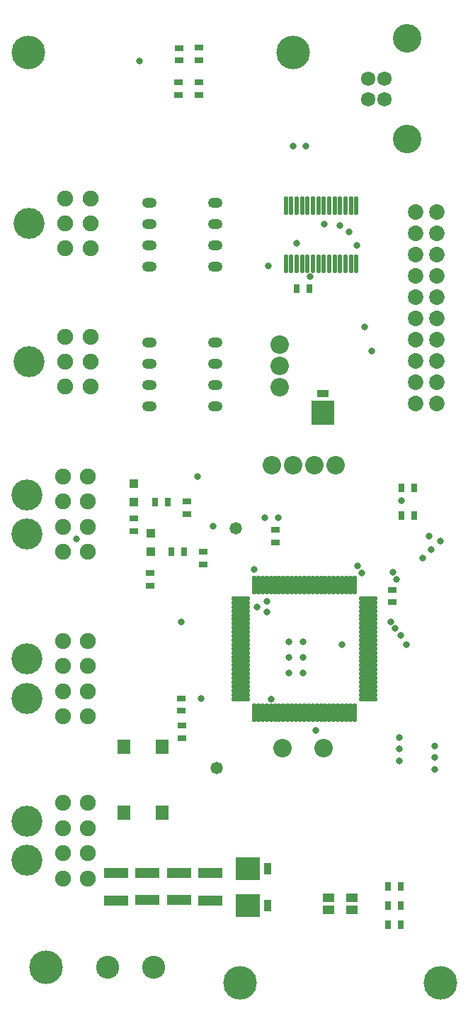
<source format=gts>
G04*
G04 #@! TF.GenerationSoftware,Altium Limited,Altium Designer,18.1.6 (161)*
G04*
G04 Layer_Color=8388736*
%FSLAX44Y44*%
%MOMM*%
G71*
G01*
G75*
%ADD18O,0.5600X2.2600*%
%ADD19R,3.0032X1.2532*%
%ADD20R,1.6032X1.7532*%
%ADD21R,1.6000X1.7500*%
%ADD22R,1.0032X0.7032*%
%ADD23R,0.9652X1.4732*%
%ADD24R,2.8702X2.7432*%
%ADD25R,0.7032X1.0032*%
%ADD26R,1.4732X0.9652*%
%ADD27R,2.7432X2.8702*%
%ADD28O,0.5032X2.3032*%
%ADD29O,2.3032X0.5032*%
%ADD30R,1.4032X1.1032*%
%ADD31R,1.0032X1.0032*%
%ADD32C,3.4032*%
%ADD33C,1.7232*%
%ADD34C,2.2032*%
%ADD35O,1.7272X1.2192*%
%ADD36C,4.0132*%
%ADD37C,2.7432*%
%ADD38C,1.9032*%
%ADD39C,3.7032*%
%ADD40C,1.8542*%
%ADD41C,0.8382*%
%ADD42C,1.4732*%
D18*
X360340Y894124D02*
D03*
X366840D02*
D03*
X373340D02*
D03*
X379840D02*
D03*
X386340D02*
D03*
X392840D02*
D03*
X399340D02*
D03*
X405840D02*
D03*
X412340D02*
D03*
X418840D02*
D03*
X425340D02*
D03*
X431840D02*
D03*
X438340D02*
D03*
X444840D02*
D03*
X360340Y963124D02*
D03*
X366840D02*
D03*
X373340D02*
D03*
X379840D02*
D03*
X386340D02*
D03*
X392840D02*
D03*
X399340D02*
D03*
X405840D02*
D03*
X412340D02*
D03*
X418840D02*
D03*
X425340D02*
D03*
X431840D02*
D03*
X438340D02*
D03*
X444840D02*
D03*
D19*
X270000Y133750D02*
D03*
Y166250D02*
D03*
X232500Y134046D02*
D03*
Y166546D02*
D03*
X195000Y134046D02*
D03*
Y166546D02*
D03*
X157500Y133750D02*
D03*
Y166250D02*
D03*
D20*
X212887Y238092D02*
D03*
Y317592D02*
D03*
X166887D02*
D03*
D21*
Y238092D02*
D03*
D22*
X348337Y576208D02*
D03*
Y561208D02*
D03*
X235983Y342233D02*
D03*
Y327233D02*
D03*
X235454Y360161D02*
D03*
Y375161D02*
D03*
X232602Y1136533D02*
D03*
Y1151533D02*
D03*
X256818Y1136918D02*
D03*
Y1151918D02*
D03*
Y1110248D02*
D03*
Y1095248D02*
D03*
X232132Y1110210D02*
D03*
Y1095210D02*
D03*
X487849Y504561D02*
D03*
Y489561D02*
D03*
X178698Y590024D02*
D03*
Y575024D02*
D03*
X242433Y610039D02*
D03*
Y595039D02*
D03*
X198604Y524693D02*
D03*
Y509693D02*
D03*
X262021Y550198D02*
D03*
Y535198D02*
D03*
D23*
X338340Y171744D02*
D03*
Y127465D02*
D03*
D24*
X314845Y171744D02*
D03*
Y127465D02*
D03*
D25*
X513725Y593426D02*
D03*
X498725D02*
D03*
X513755Y626086D02*
D03*
X498755D02*
D03*
X388479Y864166D02*
D03*
X373479D02*
D03*
X497735Y104513D02*
D03*
X482735D02*
D03*
X497735Y127567D02*
D03*
X482735D02*
D03*
X497735Y150621D02*
D03*
X482735D02*
D03*
X219158Y609752D02*
D03*
X204158D02*
D03*
X238806Y550263D02*
D03*
X223806D02*
D03*
D26*
X404434Y739259D02*
D03*
D27*
Y715764D02*
D03*
D28*
X322679Y358282D02*
D03*
X327679D02*
D03*
X332679D02*
D03*
X337679D02*
D03*
X342679D02*
D03*
X347679D02*
D03*
X352679D02*
D03*
X357679D02*
D03*
X362679D02*
D03*
X367679D02*
D03*
X372679D02*
D03*
X377679D02*
D03*
X382679D02*
D03*
X387679D02*
D03*
X392679D02*
D03*
X397679D02*
D03*
X402679D02*
D03*
X407679D02*
D03*
X412679D02*
D03*
X417679D02*
D03*
X422679D02*
D03*
X427679D02*
D03*
X432679D02*
D03*
X437679D02*
D03*
X442679D02*
D03*
Y510282D02*
D03*
X437679D02*
D03*
X432679D02*
D03*
X427679D02*
D03*
X422679D02*
D03*
X417679D02*
D03*
X412679D02*
D03*
X407679D02*
D03*
X402679D02*
D03*
X397679D02*
D03*
X392679D02*
D03*
X387679D02*
D03*
X382679D02*
D03*
X377679D02*
D03*
X372679D02*
D03*
X367679D02*
D03*
X362679D02*
D03*
X357679D02*
D03*
X352679D02*
D03*
X347679D02*
D03*
X342679D02*
D03*
X337679D02*
D03*
X332679D02*
D03*
X327679D02*
D03*
X322679D02*
D03*
D29*
X458679Y374282D02*
D03*
Y379282D02*
D03*
Y384282D02*
D03*
Y389282D02*
D03*
Y394282D02*
D03*
Y399282D02*
D03*
Y404282D02*
D03*
Y409282D02*
D03*
Y414282D02*
D03*
Y419282D02*
D03*
Y424282D02*
D03*
Y429282D02*
D03*
Y434282D02*
D03*
Y439282D02*
D03*
Y444282D02*
D03*
Y449282D02*
D03*
Y454282D02*
D03*
Y459282D02*
D03*
Y464282D02*
D03*
Y469282D02*
D03*
Y474282D02*
D03*
Y479282D02*
D03*
Y484282D02*
D03*
Y489282D02*
D03*
Y494282D02*
D03*
X306679D02*
D03*
Y489282D02*
D03*
Y484282D02*
D03*
Y479282D02*
D03*
Y474282D02*
D03*
Y469282D02*
D03*
Y464282D02*
D03*
Y459282D02*
D03*
Y454282D02*
D03*
Y449282D02*
D03*
Y444282D02*
D03*
Y439282D02*
D03*
Y434282D02*
D03*
Y429282D02*
D03*
Y424282D02*
D03*
Y419282D02*
D03*
Y414282D02*
D03*
Y409282D02*
D03*
Y404282D02*
D03*
Y399282D02*
D03*
Y394282D02*
D03*
Y389282D02*
D03*
Y384282D02*
D03*
Y379282D02*
D03*
Y374282D02*
D03*
D30*
X411522Y136607D02*
D03*
X439522D02*
D03*
X411522Y122107D02*
D03*
X439522D02*
D03*
D31*
X178925Y631723D02*
D03*
Y609723D02*
D03*
X198635Y572407D02*
D03*
Y550407D02*
D03*
D32*
X505714Y1162816D02*
D03*
Y1042416D02*
D03*
D33*
X458614Y1115116D02*
D03*
Y1090116D02*
D03*
X478614D02*
D03*
Y1115116D02*
D03*
D34*
X353147Y746159D02*
D03*
Y771559D02*
D03*
Y796959D02*
D03*
X344231Y653024D02*
D03*
X369631D02*
D03*
X420431D02*
D03*
X395031D02*
D03*
X356867Y315350D02*
D03*
X405667D02*
D03*
D35*
X197680Y799864D02*
D03*
Y723664D02*
D03*
X276420Y799864D02*
D03*
Y723664D02*
D03*
Y774464D02*
D03*
Y749064D02*
D03*
X197680Y774464D02*
D03*
Y749064D02*
D03*
Y966234D02*
D03*
Y890034D02*
D03*
X276420Y966234D02*
D03*
Y890034D02*
D03*
Y940834D02*
D03*
Y915434D02*
D03*
X197680Y940834D02*
D03*
Y915434D02*
D03*
D36*
X74156Y54240D02*
D03*
X52577Y1146174D02*
D03*
X369463D02*
D03*
X305828Y35371D02*
D03*
X545047D02*
D03*
D37*
X147054Y54240D02*
D03*
X202172D02*
D03*
D38*
X126705Y747004D02*
D03*
Y777004D02*
D03*
Y807004D02*
D03*
X96705D02*
D03*
Y747004D02*
D03*
Y777004D02*
D03*
X93755Y353413D02*
D03*
Y383413D02*
D03*
Y413413D02*
D03*
Y443413D02*
D03*
X123755Y353413D02*
D03*
Y383413D02*
D03*
Y413413D02*
D03*
Y443413D02*
D03*
X126705Y912104D02*
D03*
Y942104D02*
D03*
Y972104D02*
D03*
X96705D02*
D03*
Y912104D02*
D03*
Y942104D02*
D03*
X93755Y549763D02*
D03*
Y579763D02*
D03*
Y609763D02*
D03*
Y639763D02*
D03*
X123755Y549763D02*
D03*
Y579763D02*
D03*
Y609763D02*
D03*
Y639763D02*
D03*
X93755Y160023D02*
D03*
Y190023D02*
D03*
Y220023D02*
D03*
Y250023D02*
D03*
X123755Y160023D02*
D03*
Y190023D02*
D03*
Y220023D02*
D03*
Y250023D02*
D03*
D39*
X53505Y777004D02*
D03*
X50555Y421813D02*
D03*
Y375013D02*
D03*
X53505Y942104D02*
D03*
X50555Y618163D02*
D03*
Y571363D02*
D03*
Y228423D02*
D03*
Y181623D02*
D03*
D40*
X541139Y955764D02*
D03*
X515740D02*
D03*
Y930364D02*
D03*
X541139D02*
D03*
Y879564D02*
D03*
X515740D02*
D03*
Y904964D02*
D03*
X541139D02*
D03*
Y803364D02*
D03*
X515740D02*
D03*
Y777964D02*
D03*
X541139D02*
D03*
Y828764D02*
D03*
X515740D02*
D03*
Y854164D02*
D03*
X541139D02*
D03*
Y727164D02*
D03*
X515740D02*
D03*
Y752564D02*
D03*
X541139D02*
D03*
D41*
X185494Y1136000D02*
D03*
X446184Y533084D02*
D03*
X351487Y590671D02*
D03*
X335523D02*
D03*
X538210Y290329D02*
D03*
Y304366D02*
D03*
Y318404D02*
D03*
X495886Y300540D02*
D03*
Y314578D02*
D03*
Y328616D02*
D03*
X545574Y562556D02*
D03*
X534686Y552318D02*
D03*
X523798Y542081D02*
D03*
X406614Y941383D02*
D03*
X368876Y1034241D02*
D03*
X384755Y1034506D02*
D03*
X110498Y565079D02*
D03*
X343032Y374278D02*
D03*
X322753Y529142D02*
D03*
X498755Y611117D02*
D03*
X445415Y916152D02*
D03*
X492862Y516675D02*
D03*
X488792Y525528D02*
D03*
X235707Y466599D02*
D03*
X326389Y483731D02*
D03*
X337892Y477840D02*
D03*
X337679Y491206D02*
D03*
X451655Y524783D02*
D03*
X436360Y932095D02*
D03*
X273598Y580505D02*
D03*
X254707Y640217D02*
D03*
X425065Y939749D02*
D03*
X373487Y918112D02*
D03*
X463384Y790017D02*
D03*
X454664Y818837D02*
D03*
X532077Y568731D02*
D03*
X395897Y336363D02*
D03*
X427446Y439416D02*
D03*
X259238Y374717D02*
D03*
X339281Y890931D02*
D03*
X389513Y878476D02*
D03*
X363772Y442771D02*
D03*
Y424197D02*
D03*
Y405085D02*
D03*
X381000D02*
D03*
Y424197D02*
D03*
Y442771D02*
D03*
X486201Y466473D02*
D03*
X491566Y458597D02*
D03*
X497992Y450101D02*
D03*
X504896Y439486D02*
D03*
D42*
X300325Y577706D02*
D03*
X277687Y291630D02*
D03*
M02*

</source>
